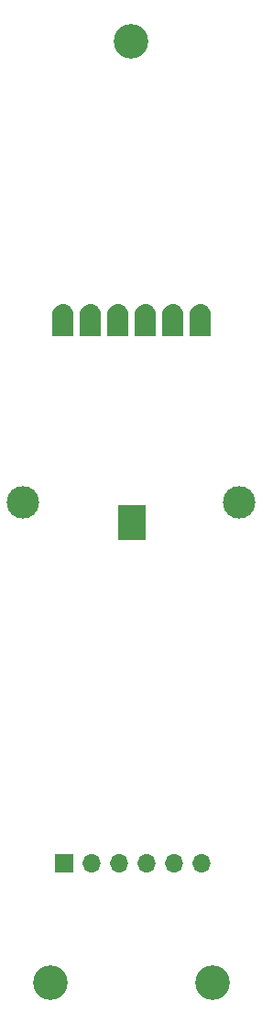
<source format=gbs>
G04 #@! TF.GenerationSoftware,KiCad,Pcbnew,(5.1.12)-1*
G04 #@! TF.CreationDate,2021-12-21T10:19:35+01:00*
G04 #@! TF.ProjectId,Transmitter,5472616e-736d-4697-9474-65722e6b6963,rev?*
G04 #@! TF.SameCoordinates,Original*
G04 #@! TF.FileFunction,Soldermask,Bot*
G04 #@! TF.FilePolarity,Negative*
%FSLAX46Y46*%
G04 Gerber Fmt 4.6, Leading zero omitted, Abs format (unit mm)*
G04 Created by KiCad (PCBNEW (5.1.12)-1) date 2021-12-21 10:19:35*
%MOMM*%
%LPD*%
G01*
G04 APERTURE LIST*
%ADD10C,3.200000*%
%ADD11R,2.514000X3.200000*%
%ADD12C,0.100000*%
%ADD13C,3.000000*%
%ADD14O,1.700000X1.700000*%
%ADD15R,1.700000X1.700000*%
G04 APERTURE END LIST*
D10*
X143000000Y-45500000D03*
X150500000Y-132250000D03*
X135500000Y-132250000D03*
D11*
X143030499Y-89900000D03*
D12*
G36*
X135681000Y-72717000D02*
G01*
X135681000Y-70717000D01*
X135682205Y-70717000D01*
X135682205Y-70667932D01*
X135691823Y-70570270D01*
X135710969Y-70474020D01*
X135739456Y-70380110D01*
X135777011Y-70289445D01*
X135823271Y-70202897D01*
X135877792Y-70121301D01*
X135940049Y-70045441D01*
X136009441Y-69976049D01*
X136085301Y-69913792D01*
X136166897Y-69859271D01*
X136253445Y-69813011D01*
X136344110Y-69775456D01*
X136438020Y-69746969D01*
X136534270Y-69727823D01*
X136631932Y-69718205D01*
X136730068Y-69718205D01*
X136827730Y-69727823D01*
X136923980Y-69746969D01*
X137017890Y-69775456D01*
X137108555Y-69813011D01*
X137195103Y-69859271D01*
X137276699Y-69913792D01*
X137352559Y-69976049D01*
X137421951Y-70045441D01*
X137484208Y-70121301D01*
X137538729Y-70202897D01*
X137584989Y-70289445D01*
X137622544Y-70380110D01*
X137651031Y-70474020D01*
X137670177Y-70570270D01*
X137679795Y-70667932D01*
X137679795Y-70717000D01*
X137681000Y-70717000D01*
X137681000Y-72717000D01*
X135681000Y-72717000D01*
G37*
G36*
X138221000Y-72717000D02*
G01*
X138221000Y-70717000D01*
X138222205Y-70717000D01*
X138222205Y-70667932D01*
X138231823Y-70570270D01*
X138250969Y-70474020D01*
X138279456Y-70380110D01*
X138317011Y-70289445D01*
X138363271Y-70202897D01*
X138417792Y-70121301D01*
X138480049Y-70045441D01*
X138549441Y-69976049D01*
X138625301Y-69913792D01*
X138706897Y-69859271D01*
X138793445Y-69813011D01*
X138884110Y-69775456D01*
X138978020Y-69746969D01*
X139074270Y-69727823D01*
X139171932Y-69718205D01*
X139270068Y-69718205D01*
X139367730Y-69727823D01*
X139463980Y-69746969D01*
X139557890Y-69775456D01*
X139648555Y-69813011D01*
X139735103Y-69859271D01*
X139816699Y-69913792D01*
X139892559Y-69976049D01*
X139961951Y-70045441D01*
X140024208Y-70121301D01*
X140078729Y-70202897D01*
X140124989Y-70289445D01*
X140162544Y-70380110D01*
X140191031Y-70474020D01*
X140210177Y-70570270D01*
X140219795Y-70667932D01*
X140219795Y-70717000D01*
X140221000Y-70717000D01*
X140221000Y-72717000D01*
X138221000Y-72717000D01*
G37*
G36*
X140761000Y-72717000D02*
G01*
X140761000Y-70717000D01*
X140762205Y-70717000D01*
X140762205Y-70667932D01*
X140771823Y-70570270D01*
X140790969Y-70474020D01*
X140819456Y-70380110D01*
X140857011Y-70289445D01*
X140903271Y-70202897D01*
X140957792Y-70121301D01*
X141020049Y-70045441D01*
X141089441Y-69976049D01*
X141165301Y-69913792D01*
X141246897Y-69859271D01*
X141333445Y-69813011D01*
X141424110Y-69775456D01*
X141518020Y-69746969D01*
X141614270Y-69727823D01*
X141711932Y-69718205D01*
X141810068Y-69718205D01*
X141907730Y-69727823D01*
X142003980Y-69746969D01*
X142097890Y-69775456D01*
X142188555Y-69813011D01*
X142275103Y-69859271D01*
X142356699Y-69913792D01*
X142432559Y-69976049D01*
X142501951Y-70045441D01*
X142564208Y-70121301D01*
X142618729Y-70202897D01*
X142664989Y-70289445D01*
X142702544Y-70380110D01*
X142731031Y-70474020D01*
X142750177Y-70570270D01*
X142759795Y-70667932D01*
X142759795Y-70717000D01*
X142761000Y-70717000D01*
X142761000Y-72717000D01*
X140761000Y-72717000D01*
G37*
G36*
X143301000Y-72717000D02*
G01*
X143301000Y-70717000D01*
X143302205Y-70717000D01*
X143302205Y-70667932D01*
X143311823Y-70570270D01*
X143330969Y-70474020D01*
X143359456Y-70380110D01*
X143397011Y-70289445D01*
X143443271Y-70202897D01*
X143497792Y-70121301D01*
X143560049Y-70045441D01*
X143629441Y-69976049D01*
X143705301Y-69913792D01*
X143786897Y-69859271D01*
X143873445Y-69813011D01*
X143964110Y-69775456D01*
X144058020Y-69746969D01*
X144154270Y-69727823D01*
X144251932Y-69718205D01*
X144350068Y-69718205D01*
X144447730Y-69727823D01*
X144543980Y-69746969D01*
X144637890Y-69775456D01*
X144728555Y-69813011D01*
X144815103Y-69859271D01*
X144896699Y-69913792D01*
X144972559Y-69976049D01*
X145041951Y-70045441D01*
X145104208Y-70121301D01*
X145158729Y-70202897D01*
X145204989Y-70289445D01*
X145242544Y-70380110D01*
X145271031Y-70474020D01*
X145290177Y-70570270D01*
X145299795Y-70667932D01*
X145299795Y-70717000D01*
X145301000Y-70717000D01*
X145301000Y-72717000D01*
X143301000Y-72717000D01*
G37*
G36*
X145841000Y-72717000D02*
G01*
X145841000Y-70717000D01*
X145842205Y-70717000D01*
X145842205Y-70667932D01*
X145851823Y-70570270D01*
X145870969Y-70474020D01*
X145899456Y-70380110D01*
X145937011Y-70289445D01*
X145983271Y-70202897D01*
X146037792Y-70121301D01*
X146100049Y-70045441D01*
X146169441Y-69976049D01*
X146245301Y-69913792D01*
X146326897Y-69859271D01*
X146413445Y-69813011D01*
X146504110Y-69775456D01*
X146598020Y-69746969D01*
X146694270Y-69727823D01*
X146791932Y-69718205D01*
X146890068Y-69718205D01*
X146987730Y-69727823D01*
X147083980Y-69746969D01*
X147177890Y-69775456D01*
X147268555Y-69813011D01*
X147355103Y-69859271D01*
X147436699Y-69913792D01*
X147512559Y-69976049D01*
X147581951Y-70045441D01*
X147644208Y-70121301D01*
X147698729Y-70202897D01*
X147744989Y-70289445D01*
X147782544Y-70380110D01*
X147811031Y-70474020D01*
X147830177Y-70570270D01*
X147839795Y-70667932D01*
X147839795Y-70717000D01*
X147841000Y-70717000D01*
X147841000Y-72717000D01*
X145841000Y-72717000D01*
G37*
G36*
X148381000Y-72717000D02*
G01*
X148381000Y-70717000D01*
X148382205Y-70717000D01*
X148382205Y-70667932D01*
X148391823Y-70570270D01*
X148410969Y-70474020D01*
X148439456Y-70380110D01*
X148477011Y-70289445D01*
X148523271Y-70202897D01*
X148577792Y-70121301D01*
X148640049Y-70045441D01*
X148709441Y-69976049D01*
X148785301Y-69913792D01*
X148866897Y-69859271D01*
X148953445Y-69813011D01*
X149044110Y-69775456D01*
X149138020Y-69746969D01*
X149234270Y-69727823D01*
X149331932Y-69718205D01*
X149430068Y-69718205D01*
X149527730Y-69727823D01*
X149623980Y-69746969D01*
X149717890Y-69775456D01*
X149808555Y-69813011D01*
X149895103Y-69859271D01*
X149976699Y-69913792D01*
X150052559Y-69976049D01*
X150121951Y-70045441D01*
X150184208Y-70121301D01*
X150238729Y-70202897D01*
X150284989Y-70289445D01*
X150322544Y-70380110D01*
X150351031Y-70474020D01*
X150370177Y-70570270D01*
X150379795Y-70667932D01*
X150379795Y-70717000D01*
X150381000Y-70717000D01*
X150381000Y-72717000D01*
X148381000Y-72717000D01*
G37*
D13*
X132950000Y-88000000D03*
X153000000Y-88000000D03*
D14*
X149500000Y-121300000D03*
X146960000Y-121300000D03*
X144420000Y-121300000D03*
X141880000Y-121300000D03*
X139340000Y-121300000D03*
D15*
X136800000Y-121300000D03*
M02*

</source>
